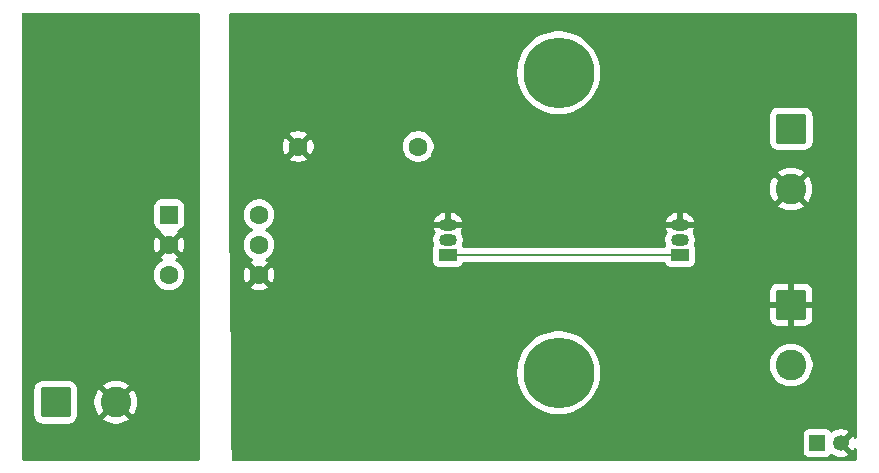
<source format=gbr>
%TF.GenerationSoftware,KiCad,Pcbnew,9.0.2*%
%TF.CreationDate,2025-07-21T18:03:53+01:00*%
%TF.ProjectId,ISOLATION,49534f4c-4154-4494-9f4e-2e6b69636164,rev?*%
%TF.SameCoordinates,Original*%
%TF.FileFunction,Copper,L2,Bot*%
%TF.FilePolarity,Positive*%
%FSLAX46Y46*%
G04 Gerber Fmt 4.6, Leading zero omitted, Abs format (unit mm)*
G04 Created by KiCad (PCBNEW 9.0.2) date 2025-07-21 18:03:53*
%MOMM*%
%LPD*%
G01*
G04 APERTURE LIST*
G04 Aperture macros list*
%AMRoundRect*
0 Rectangle with rounded corners*
0 $1 Rounding radius*
0 $2 $3 $4 $5 $6 $7 $8 $9 X,Y pos of 4 corners*
0 Add a 4 corners polygon primitive as box body*
4,1,4,$2,$3,$4,$5,$6,$7,$8,$9,$2,$3,0*
0 Add four circle primitives for the rounded corners*
1,1,$1+$1,$2,$3*
1,1,$1+$1,$4,$5*
1,1,$1+$1,$6,$7*
1,1,$1+$1,$8,$9*
0 Add four rect primitives between the rounded corners*
20,1,$1+$1,$2,$3,$4,$5,0*
20,1,$1+$1,$4,$5,$6,$7,0*
20,1,$1+$1,$6,$7,$8,$9,0*
20,1,$1+$1,$8,$9,$2,$3,0*%
G04 Aperture macros list end*
%TA.AperFunction,ComponentPad*%
%ADD10RoundRect,0.250000X-1.050000X1.050000X-1.050000X-1.050000X1.050000X-1.050000X1.050000X1.050000X0*%
%TD*%
%TA.AperFunction,ComponentPad*%
%ADD11C,2.600000*%
%TD*%
%TA.AperFunction,ComponentPad*%
%ADD12R,1.350000X1.350000*%
%TD*%
%TA.AperFunction,ComponentPad*%
%ADD13C,1.350000*%
%TD*%
%TA.AperFunction,ComponentPad*%
%ADD14RoundRect,0.250000X-1.050000X-1.050000X1.050000X-1.050000X1.050000X1.050000X-1.050000X1.050000X0*%
%TD*%
%TA.AperFunction,ComponentPad*%
%ADD15R,1.500000X1.050000*%
%TD*%
%TA.AperFunction,ComponentPad*%
%ADD16O,1.500000X1.050000*%
%TD*%
%TA.AperFunction,ComponentPad*%
%ADD17C,1.600000*%
%TD*%
%TA.AperFunction,ComponentPad*%
%ADD18C,6.000000*%
%TD*%
%TA.AperFunction,ComponentPad*%
%ADD19RoundRect,0.250000X-0.550000X-0.550000X0.550000X-0.550000X0.550000X0.550000X-0.550000X0.550000X0*%
%TD*%
%TA.AperFunction,ViaPad*%
%ADD20C,0.600000*%
%TD*%
%TA.AperFunction,Conductor*%
%ADD21C,0.200000*%
%TD*%
G04 APERTURE END LIST*
D10*
%TO.P,J3,1,Pin_1*%
%TO.N,GND*%
X181090000Y-95320000D03*
D11*
%TO.P,J3,2,Pin_2*%
%TO.N,Net-(J3-Pin_2)*%
X181090000Y-100400000D03*
%TD*%
D12*
%TO.P,J4,1,Pin_1*%
%TO.N,Net-(D1-A)*%
X183310000Y-107030000D03*
D13*
%TO.P,J4,2,Pin_2*%
%TO.N,GND*%
X185310000Y-107030000D03*
%TD*%
D14*
%TO.P,J1,1,Pin_1*%
%TO.N,Net-(J1-Pin_1)*%
X118815000Y-103562500D03*
D11*
%TO.P,J1,2,Pin_2*%
%TO.N,GND1*%
X123895000Y-103562500D03*
%TD*%
D15*
%TO.P,Q2,1,D*%
%TO.N,Net-(J3-Pin_2)*%
X171680000Y-91090000D03*
D16*
%TO.P,Q2,2,G*%
%TO.N,Net-(D1-A)*%
X171680000Y-89820000D03*
%TO.P,Q2,3,S*%
%TO.N,GND*%
X171680000Y-88550000D03*
%TD*%
D15*
%TO.P,Q1,1,D*%
%TO.N,Net-(J3-Pin_2)*%
X152030000Y-91090000D03*
D16*
%TO.P,Q1,2,G*%
%TO.N,Net-(D1-A)*%
X152030000Y-89820000D03*
%TO.P,Q1,3,S*%
%TO.N,GND*%
X152030000Y-88550000D03*
%TD*%
D17*
%TO.P,R3,1*%
%TO.N,GND*%
X139350000Y-81910000D03*
%TO.P,R3,2*%
%TO.N,Net-(D1-A)*%
X149510000Y-81910000D03*
%TD*%
D10*
%TO.P,J2,1,Pin_1*%
%TO.N,Net-(J2-Pin_1)*%
X181090000Y-80410000D03*
D11*
%TO.P,J2,2,Pin_2*%
%TO.N,GND*%
X181090000Y-85490000D03*
%TD*%
D18*
%TO.P,HS1,1*%
%TO.N,N/C*%
X161390000Y-101060000D03*
X161390000Y-75660000D03*
%TD*%
D19*
%TO.P,U1,1*%
%TO.N,Net-(R2-Pad2)*%
X128415000Y-87685000D03*
D17*
%TO.P,U1,2*%
%TO.N,GND1*%
X128415000Y-90225000D03*
%TO.P,U1,3*%
%TO.N,unconnected-(U1-Pad3)*%
X128415000Y-92765000D03*
%TO.P,U1,4*%
%TO.N,GND*%
X136035000Y-92765000D03*
%TO.P,U1,5*%
%TO.N,Net-(D1-K)*%
X136035000Y-90225000D03*
%TO.P,U1,6*%
%TO.N,Net-(J2-Pin_1)*%
X136035000Y-87685000D03*
%TD*%
D20*
%TO.N,GND*%
X138100000Y-94760000D03*
X150460000Y-86480000D03*
X144780000Y-76960000D03*
X179310000Y-89050000D03*
X137210000Y-82543333D03*
X138100000Y-93603333D03*
X137210000Y-80230000D03*
X144780000Y-75803333D03*
X137210000Y-83700000D03*
X139500000Y-93643333D03*
X171720000Y-86300000D03*
X174430000Y-88540000D03*
X139500000Y-91330000D03*
X151616667Y-86480000D03*
X139500000Y-94800000D03*
X180436667Y-91490000D03*
X152773333Y-86480000D03*
X168480000Y-88540000D03*
X182750000Y-91490000D03*
X137210000Y-81386667D03*
X139500000Y-92486667D03*
X179280000Y-91490000D03*
X181593333Y-91490000D03*
X180466667Y-89050000D03*
X144780000Y-73490000D03*
X153930000Y-86480000D03*
X144780000Y-74646667D03*
X181623333Y-89050000D03*
X138100000Y-91290000D03*
X182780000Y-89050000D03*
X138100000Y-92446667D03*
%TO.N,GND1*%
X126280000Y-93220000D03*
X129570000Y-98180000D03*
X126280000Y-90313333D03*
X126280000Y-88860000D03*
X129570000Y-99592857D03*
X129570000Y-108070000D03*
X129570000Y-102418571D03*
X129570000Y-106657143D03*
X126280000Y-91766667D03*
X129570000Y-101005714D03*
X129570000Y-103831429D03*
X129570000Y-105244286D03*
%TD*%
D21*
%TO.N,Net-(J3-Pin_2)*%
X152030000Y-91090000D02*
X171680000Y-91090000D01*
%TD*%
%TA.AperFunction,Conductor*%
%TO.N,GND1*%
G36*
X130943856Y-70600185D02*
G01*
X130989611Y-70652989D01*
X131000817Y-70704338D01*
X131020000Y-85360000D01*
X131012665Y-94033477D01*
X131000536Y-108375605D01*
X130980795Y-108442628D01*
X130927952Y-108488338D01*
X130876536Y-108499500D01*
X116094500Y-108499500D01*
X116027461Y-108479815D01*
X115981706Y-108427011D01*
X115970500Y-108375500D01*
X115970500Y-102462483D01*
X117014500Y-102462483D01*
X117014500Y-104662501D01*
X117014501Y-104662518D01*
X117025000Y-104765296D01*
X117025001Y-104765299D01*
X117073885Y-104912819D01*
X117080186Y-104931834D01*
X117172288Y-105081156D01*
X117296344Y-105205212D01*
X117445666Y-105297314D01*
X117612203Y-105352499D01*
X117714991Y-105363000D01*
X119915008Y-105362999D01*
X120017797Y-105352499D01*
X120184334Y-105297314D01*
X120333656Y-105205212D01*
X120457712Y-105081156D01*
X120549814Y-104931834D01*
X120604999Y-104765297D01*
X120615500Y-104662509D01*
X120615499Y-103444514D01*
X122095000Y-103444514D01*
X122095000Y-103680485D01*
X122125799Y-103914414D01*
X122186870Y-104142337D01*
X122277160Y-104360319D01*
X122277165Y-104360328D01*
X122395144Y-104564671D01*
X122395145Y-104564672D01*
X122457721Y-104646223D01*
X123293958Y-103809987D01*
X123318978Y-103870390D01*
X123390112Y-103976851D01*
X123480649Y-104067388D01*
X123587110Y-104138522D01*
X123647511Y-104163541D01*
X122811275Y-104999777D01*
X122892827Y-105062354D01*
X122892828Y-105062355D01*
X123097171Y-105180334D01*
X123097180Y-105180339D01*
X123315163Y-105270629D01*
X123315161Y-105270629D01*
X123543085Y-105331700D01*
X123777014Y-105362499D01*
X123777029Y-105362500D01*
X124012971Y-105362500D01*
X124012985Y-105362499D01*
X124246914Y-105331700D01*
X124474837Y-105270629D01*
X124692819Y-105180339D01*
X124692828Y-105180334D01*
X124897181Y-105062350D01*
X124978723Y-104999779D01*
X124978723Y-104999776D01*
X124142487Y-104163541D01*
X124202890Y-104138522D01*
X124309351Y-104067388D01*
X124399888Y-103976851D01*
X124471022Y-103870390D01*
X124496041Y-103809988D01*
X125332276Y-104646223D01*
X125332279Y-104646223D01*
X125394850Y-104564681D01*
X125512834Y-104360328D01*
X125512839Y-104360319D01*
X125603129Y-104142337D01*
X125664200Y-103914414D01*
X125694999Y-103680485D01*
X125695000Y-103680471D01*
X125695000Y-103444528D01*
X125694999Y-103444514D01*
X125664200Y-103210585D01*
X125603129Y-102982662D01*
X125512839Y-102764680D01*
X125512834Y-102764671D01*
X125394855Y-102560328D01*
X125394854Y-102560327D01*
X125332277Y-102478775D01*
X124496041Y-103315011D01*
X124471022Y-103254610D01*
X124399888Y-103148149D01*
X124309351Y-103057612D01*
X124202890Y-102986478D01*
X124142488Y-102961458D01*
X124978723Y-102125221D01*
X124897172Y-102062645D01*
X124897171Y-102062644D01*
X124692828Y-101944665D01*
X124692819Y-101944660D01*
X124474836Y-101854370D01*
X124474838Y-101854370D01*
X124246914Y-101793299D01*
X124012985Y-101762500D01*
X123777014Y-101762500D01*
X123543085Y-101793299D01*
X123315162Y-101854370D01*
X123097180Y-101944660D01*
X123097171Y-101944665D01*
X122892828Y-102062644D01*
X122892818Y-102062650D01*
X122811275Y-102125220D01*
X122811275Y-102125221D01*
X123647512Y-102961458D01*
X123587110Y-102986478D01*
X123480649Y-103057612D01*
X123390112Y-103148149D01*
X123318978Y-103254610D01*
X123293958Y-103315012D01*
X122457721Y-102478775D01*
X122457720Y-102478775D01*
X122395150Y-102560318D01*
X122395144Y-102560328D01*
X122277165Y-102764671D01*
X122277160Y-102764680D01*
X122186870Y-102982662D01*
X122125799Y-103210585D01*
X122095000Y-103444514D01*
X120615499Y-103444514D01*
X120615499Y-102462492D01*
X120604999Y-102359703D01*
X120549814Y-102193166D01*
X120457712Y-102043844D01*
X120333656Y-101919788D01*
X120184334Y-101827686D01*
X120017797Y-101772501D01*
X120017795Y-101772500D01*
X119915010Y-101762000D01*
X117714998Y-101762000D01*
X117714981Y-101762001D01*
X117612203Y-101772500D01*
X117612200Y-101772501D01*
X117445668Y-101827685D01*
X117445663Y-101827687D01*
X117296342Y-101919789D01*
X117172289Y-102043842D01*
X117080187Y-102193163D01*
X117080185Y-102193168D01*
X117073886Y-102212178D01*
X117025001Y-102359703D01*
X117025001Y-102359704D01*
X117025000Y-102359704D01*
X117014500Y-102462483D01*
X115970500Y-102462483D01*
X115970500Y-87084983D01*
X127114500Y-87084983D01*
X127114500Y-88285001D01*
X127114501Y-88285018D01*
X127125000Y-88387796D01*
X127125001Y-88387799D01*
X127180185Y-88554331D01*
X127180186Y-88554334D01*
X127272288Y-88703656D01*
X127396344Y-88827712D01*
X127545666Y-88919814D01*
X127628152Y-88947147D01*
X127685597Y-88986920D01*
X127712420Y-89051436D01*
X127700105Y-89120212D01*
X127690143Y-89131975D01*
X127689077Y-89145524D01*
X128368554Y-89825000D01*
X128362339Y-89825000D01*
X128260606Y-89852259D01*
X128169394Y-89904920D01*
X128094920Y-89979394D01*
X128042259Y-90070606D01*
X128015000Y-90172339D01*
X128015000Y-90178553D01*
X127335524Y-89499077D01*
X127335523Y-89499077D01*
X127303143Y-89543644D01*
X127210244Y-89725968D01*
X127147009Y-89920582D01*
X127115000Y-90122682D01*
X127115000Y-90327317D01*
X127147009Y-90529417D01*
X127210244Y-90724031D01*
X127303141Y-90906350D01*
X127303147Y-90906359D01*
X127335523Y-90950921D01*
X127335524Y-90950922D01*
X128015000Y-90271446D01*
X128015000Y-90277661D01*
X128042259Y-90379394D01*
X128094920Y-90470606D01*
X128169394Y-90545080D01*
X128260606Y-90597741D01*
X128362339Y-90625000D01*
X128368553Y-90625000D01*
X127689076Y-91304474D01*
X127733652Y-91336861D01*
X127826628Y-91384234D01*
X127877425Y-91432208D01*
X127894220Y-91500029D01*
X127871683Y-91566164D01*
X127826630Y-91605203D01*
X127733388Y-91652713D01*
X127567786Y-91773028D01*
X127423028Y-91917786D01*
X127302715Y-92083386D01*
X127209781Y-92265776D01*
X127146522Y-92460465D01*
X127114500Y-92662648D01*
X127114500Y-92867351D01*
X127146522Y-93069534D01*
X127209781Y-93264223D01*
X127302715Y-93446613D01*
X127423028Y-93612213D01*
X127567786Y-93756971D01*
X127722749Y-93869556D01*
X127733390Y-93877287D01*
X127849607Y-93936503D01*
X127915776Y-93970218D01*
X127915778Y-93970218D01*
X127915781Y-93970220D01*
X128020137Y-94004127D01*
X128110465Y-94033477D01*
X128211557Y-94049488D01*
X128312648Y-94065500D01*
X128312649Y-94065500D01*
X128517351Y-94065500D01*
X128517352Y-94065500D01*
X128719534Y-94033477D01*
X128914219Y-93970220D01*
X129096610Y-93877287D01*
X129189590Y-93809732D01*
X129262213Y-93756971D01*
X129262215Y-93756968D01*
X129262219Y-93756966D01*
X129406966Y-93612219D01*
X129406968Y-93612215D01*
X129406971Y-93612213D01*
X129459732Y-93539590D01*
X129527287Y-93446610D01*
X129620220Y-93264219D01*
X129683477Y-93069534D01*
X129715500Y-92867352D01*
X129715500Y-92662648D01*
X129683477Y-92460466D01*
X129620220Y-92265781D01*
X129620218Y-92265778D01*
X129620218Y-92265776D01*
X129586503Y-92199607D01*
X129527287Y-92083390D01*
X129519556Y-92072749D01*
X129406971Y-91917786D01*
X129262213Y-91773028D01*
X129096611Y-91652713D01*
X129003369Y-91605203D01*
X128952574Y-91557229D01*
X128935779Y-91489407D01*
X128958317Y-91423273D01*
X129003371Y-91384234D01*
X129096346Y-91336861D01*
X129096347Y-91336861D01*
X129140921Y-91304474D01*
X128461447Y-90625000D01*
X128467661Y-90625000D01*
X128569394Y-90597741D01*
X128660606Y-90545080D01*
X128735080Y-90470606D01*
X128787741Y-90379394D01*
X128815000Y-90277661D01*
X128815000Y-90271447D01*
X129494474Y-90950921D01*
X129526859Y-90906349D01*
X129619755Y-90724031D01*
X129682990Y-90529417D01*
X129715000Y-90327317D01*
X129715000Y-90122682D01*
X129682990Y-89920582D01*
X129619755Y-89725968D01*
X129526859Y-89543650D01*
X129494474Y-89499077D01*
X129494474Y-89499076D01*
X128815000Y-90178551D01*
X128815000Y-90172339D01*
X128787741Y-90070606D01*
X128735080Y-89979394D01*
X128660606Y-89904920D01*
X128569394Y-89852259D01*
X128467661Y-89825000D01*
X128461446Y-89825000D01*
X129140922Y-89145524D01*
X129139570Y-89128349D01*
X129125299Y-89109842D01*
X129119320Y-89040229D01*
X129151925Y-88978433D01*
X129201845Y-88947148D01*
X129284334Y-88919814D01*
X129433656Y-88827712D01*
X129557712Y-88703656D01*
X129649814Y-88554334D01*
X129704999Y-88387797D01*
X129715500Y-88285009D01*
X129715499Y-87084992D01*
X129704999Y-86982203D01*
X129649814Y-86815666D01*
X129557712Y-86666344D01*
X129433656Y-86542288D01*
X129284334Y-86450186D01*
X129117797Y-86395001D01*
X129117795Y-86395000D01*
X129015010Y-86384500D01*
X127814998Y-86384500D01*
X127814981Y-86384501D01*
X127712203Y-86395000D01*
X127712200Y-86395001D01*
X127545668Y-86450185D01*
X127545663Y-86450187D01*
X127396342Y-86542289D01*
X127272289Y-86666342D01*
X127180187Y-86815663D01*
X127180186Y-86815666D01*
X127125001Y-86982203D01*
X127125001Y-86982204D01*
X127125000Y-86982204D01*
X127114500Y-87084983D01*
X115970500Y-87084983D01*
X115970500Y-70704500D01*
X115990185Y-70637461D01*
X116042989Y-70591706D01*
X116094500Y-70580500D01*
X130876817Y-70580500D01*
X130943856Y-70600185D01*
G37*
%TD.AperFunction*%
%TD*%
%TA.AperFunction,Conductor*%
%TO.N,GND*%
G36*
X186572539Y-70600185D02*
G01*
X186618294Y-70652989D01*
X186629500Y-70704500D01*
X186629500Y-106515007D01*
X186609815Y-106582046D01*
X186557011Y-106627801D01*
X186487853Y-106637745D01*
X186424297Y-106608720D01*
X186395015Y-106571302D01*
X186314949Y-106414165D01*
X186299983Y-106393568D01*
X185710000Y-106983551D01*
X185710000Y-106977339D01*
X185682741Y-106875606D01*
X185630080Y-106784394D01*
X185555606Y-106709920D01*
X185464394Y-106657259D01*
X185362661Y-106630000D01*
X185356446Y-106630000D01*
X185946430Y-106040015D01*
X185925834Y-106025050D01*
X185761043Y-105941084D01*
X185761040Y-105941083D01*
X185585147Y-105883933D01*
X185402473Y-105855000D01*
X185217527Y-105855000D01*
X185034852Y-105883933D01*
X184858959Y-105941083D01*
X184858956Y-105941084D01*
X184694163Y-106025051D01*
X184578690Y-106108946D01*
X184512884Y-106132425D01*
X184444830Y-106116599D01*
X184406540Y-106082938D01*
X184342547Y-105997455D01*
X184342544Y-105997452D01*
X184227335Y-105911206D01*
X184227328Y-105911202D01*
X184092482Y-105860908D01*
X184092483Y-105860908D01*
X184032883Y-105854501D01*
X184032881Y-105854500D01*
X184032873Y-105854500D01*
X184032864Y-105854500D01*
X182587129Y-105854500D01*
X182587123Y-105854501D01*
X182527516Y-105860908D01*
X182392671Y-105911202D01*
X182392664Y-105911206D01*
X182277455Y-105997452D01*
X182277452Y-105997455D01*
X182191206Y-106112664D01*
X182191202Y-106112671D01*
X182140908Y-106247517D01*
X182134501Y-106307116D01*
X182134500Y-106307135D01*
X182134500Y-107752870D01*
X182134501Y-107752876D01*
X182140908Y-107812483D01*
X182191202Y-107947328D01*
X182191206Y-107947335D01*
X182277452Y-108062544D01*
X182277455Y-108062547D01*
X182392664Y-108148793D01*
X182392671Y-108148797D01*
X182527517Y-108199091D01*
X182527516Y-108199091D01*
X182534444Y-108199835D01*
X182587127Y-108205500D01*
X184032872Y-108205499D01*
X184092483Y-108199091D01*
X184227331Y-108148796D01*
X184342546Y-108062546D01*
X184406541Y-107977059D01*
X184462473Y-107935190D01*
X184532165Y-107930206D01*
X184578691Y-107951054D01*
X184694161Y-108034947D01*
X184858956Y-108118915D01*
X184858959Y-108118916D01*
X185034852Y-108176066D01*
X185217527Y-108205000D01*
X185402473Y-108205000D01*
X185585147Y-108176066D01*
X185761040Y-108118916D01*
X185761043Y-108118915D01*
X185925836Y-108034947D01*
X185925845Y-108034942D01*
X185946430Y-108019984D01*
X185946430Y-108019983D01*
X185356447Y-107430000D01*
X185362661Y-107430000D01*
X185464394Y-107402741D01*
X185555606Y-107350080D01*
X185630080Y-107275606D01*
X185682741Y-107184394D01*
X185710000Y-107082661D01*
X185710000Y-107076447D01*
X186299983Y-107666430D01*
X186299984Y-107666430D01*
X186314942Y-107645845D01*
X186314947Y-107645836D01*
X186395015Y-107488697D01*
X186442990Y-107437901D01*
X186510811Y-107421106D01*
X186576946Y-107443643D01*
X186620397Y-107498359D01*
X186629500Y-107544992D01*
X186629500Y-108375500D01*
X186609815Y-108442539D01*
X186557011Y-108488294D01*
X186505500Y-108499500D01*
X133827477Y-108499500D01*
X133760438Y-108479815D01*
X133714683Y-108427011D01*
X133703482Y-108376649D01*
X133701370Y-108148797D01*
X133691002Y-107029999D01*
X133684283Y-106304955D01*
X133643567Y-101911572D01*
X133634081Y-100888034D01*
X157889500Y-100888034D01*
X157889500Y-101231965D01*
X157923210Y-101574249D01*
X157990308Y-101911572D01*
X158090150Y-102240706D01*
X158221770Y-102558464D01*
X158221772Y-102558469D01*
X158383893Y-102861775D01*
X158383904Y-102861793D01*
X158574975Y-103147751D01*
X158574985Y-103147765D01*
X158793176Y-103413632D01*
X159036367Y-103656823D01*
X159036372Y-103656827D01*
X159036373Y-103656828D01*
X159302240Y-103875019D01*
X159588213Y-104066100D01*
X159588222Y-104066105D01*
X159588224Y-104066106D01*
X159891530Y-104228227D01*
X159891532Y-104228227D01*
X159891538Y-104228231D01*
X160209295Y-104359850D01*
X160538422Y-104459690D01*
X160875750Y-104526789D01*
X161218031Y-104560500D01*
X161218034Y-104560500D01*
X161561966Y-104560500D01*
X161561969Y-104560500D01*
X161904250Y-104526789D01*
X162241578Y-104459690D01*
X162570705Y-104359850D01*
X162888462Y-104228231D01*
X163191787Y-104066100D01*
X163477760Y-103875019D01*
X163743627Y-103656828D01*
X163986828Y-103413627D01*
X164205019Y-103147760D01*
X164396100Y-102861787D01*
X164558231Y-102558462D01*
X164689850Y-102240705D01*
X164789690Y-101911578D01*
X164856789Y-101574250D01*
X164890500Y-101231969D01*
X164890500Y-100888031D01*
X164856789Y-100545750D01*
X164804325Y-100281995D01*
X179289500Y-100281995D01*
X179289500Y-100518004D01*
X179289501Y-100518020D01*
X179320306Y-100752010D01*
X179381394Y-100979993D01*
X179471714Y-101198045D01*
X179471719Y-101198056D01*
X179542677Y-101320957D01*
X179589727Y-101402450D01*
X179589729Y-101402453D01*
X179589730Y-101402454D01*
X179733406Y-101589697D01*
X179733412Y-101589704D01*
X179900295Y-101756587D01*
X179900301Y-101756592D01*
X180087550Y-101900273D01*
X180218918Y-101976118D01*
X180291943Y-102018280D01*
X180291948Y-102018282D01*
X180291951Y-102018284D01*
X180510007Y-102108606D01*
X180737986Y-102169693D01*
X180971989Y-102200500D01*
X180971996Y-102200500D01*
X181208004Y-102200500D01*
X181208011Y-102200500D01*
X181442014Y-102169693D01*
X181669993Y-102108606D01*
X181888049Y-102018284D01*
X182092450Y-101900273D01*
X182279699Y-101756592D01*
X182446592Y-101589699D01*
X182590273Y-101402450D01*
X182708284Y-101198049D01*
X182798606Y-100979993D01*
X182859693Y-100752014D01*
X182890500Y-100518011D01*
X182890500Y-100281989D01*
X182859693Y-100047986D01*
X182798606Y-99820007D01*
X182708284Y-99601951D01*
X182708282Y-99601948D01*
X182708280Y-99601943D01*
X182666118Y-99528918D01*
X182590273Y-99397550D01*
X182446592Y-99210301D01*
X182446587Y-99210295D01*
X182279704Y-99043412D01*
X182279697Y-99043406D01*
X182092454Y-98899730D01*
X182092453Y-98899729D01*
X182092450Y-98899727D01*
X182010957Y-98852677D01*
X181888056Y-98781719D01*
X181888045Y-98781714D01*
X181669993Y-98691394D01*
X181442010Y-98630306D01*
X181208020Y-98599501D01*
X181208017Y-98599500D01*
X181208011Y-98599500D01*
X180971989Y-98599500D01*
X180971983Y-98599500D01*
X180971979Y-98599501D01*
X180737989Y-98630306D01*
X180510006Y-98691394D01*
X180291954Y-98781714D01*
X180291943Y-98781719D01*
X180087545Y-98899730D01*
X179900302Y-99043406D01*
X179900295Y-99043412D01*
X179733412Y-99210295D01*
X179733406Y-99210302D01*
X179589730Y-99397545D01*
X179471719Y-99601943D01*
X179471714Y-99601954D01*
X179381394Y-99820006D01*
X179320306Y-100047989D01*
X179289501Y-100281979D01*
X179289500Y-100281995D01*
X164804325Y-100281995D01*
X164789690Y-100208422D01*
X164689850Y-99879295D01*
X164558231Y-99561538D01*
X164470577Y-99397550D01*
X164396106Y-99258224D01*
X164396105Y-99258222D01*
X164396100Y-99258213D01*
X164205019Y-98972240D01*
X163986828Y-98706373D01*
X163986827Y-98706372D01*
X163986823Y-98706367D01*
X163743632Y-98463176D01*
X163477765Y-98244985D01*
X163477764Y-98244984D01*
X163477760Y-98244981D01*
X163191787Y-98053900D01*
X163191782Y-98053897D01*
X163191775Y-98053893D01*
X162888469Y-97891772D01*
X162888464Y-97891770D01*
X162570706Y-97760150D01*
X162241572Y-97660308D01*
X161904248Y-97593210D01*
X161904249Y-97593210D01*
X161646456Y-97567821D01*
X161561969Y-97559500D01*
X161218031Y-97559500D01*
X161139966Y-97567188D01*
X160875750Y-97593210D01*
X160538427Y-97660308D01*
X160209293Y-97760150D01*
X159891535Y-97891770D01*
X159891530Y-97891772D01*
X159588224Y-98053893D01*
X159588206Y-98053904D01*
X159302248Y-98244975D01*
X159302234Y-98244985D01*
X159036367Y-98463176D01*
X158793176Y-98706367D01*
X158574985Y-98972234D01*
X158574975Y-98972248D01*
X158383904Y-99258206D01*
X158383893Y-99258224D01*
X158221772Y-99561530D01*
X158221770Y-99561535D01*
X158090150Y-99879293D01*
X157990308Y-100208427D01*
X157923210Y-100545750D01*
X157889500Y-100888034D01*
X133634081Y-100888034D01*
X133572285Y-94220013D01*
X179290000Y-94220013D01*
X179290000Y-95070000D01*
X180489999Y-95070000D01*
X180464979Y-95130402D01*
X180440000Y-95255981D01*
X180440000Y-95384019D01*
X180464979Y-95509598D01*
X180489999Y-95570000D01*
X179290001Y-95570000D01*
X179290001Y-96419986D01*
X179300494Y-96522697D01*
X179355641Y-96689119D01*
X179355643Y-96689124D01*
X179447684Y-96838345D01*
X179571654Y-96962315D01*
X179720875Y-97054356D01*
X179720880Y-97054358D01*
X179887302Y-97109505D01*
X179887309Y-97109506D01*
X179990019Y-97119999D01*
X180839999Y-97119999D01*
X180840000Y-97119998D01*
X180840000Y-95920001D01*
X180900402Y-95945021D01*
X181025981Y-95970000D01*
X181154019Y-95970000D01*
X181279598Y-95945021D01*
X181340000Y-95920001D01*
X181340000Y-97119999D01*
X182189972Y-97119999D01*
X182189986Y-97119998D01*
X182292697Y-97109505D01*
X182459119Y-97054358D01*
X182459124Y-97054356D01*
X182608345Y-96962315D01*
X182732315Y-96838345D01*
X182824356Y-96689124D01*
X182824358Y-96689119D01*
X182879505Y-96522697D01*
X182879506Y-96522690D01*
X182889999Y-96419986D01*
X182890000Y-96419973D01*
X182890000Y-95570000D01*
X181690001Y-95570000D01*
X181715021Y-95509598D01*
X181740000Y-95384019D01*
X181740000Y-95255981D01*
X181715021Y-95130402D01*
X181690001Y-95070000D01*
X182889999Y-95070000D01*
X182889999Y-94220028D01*
X182889998Y-94220013D01*
X182879505Y-94117302D01*
X182824358Y-93950880D01*
X182824356Y-93950875D01*
X182732315Y-93801654D01*
X182608345Y-93677684D01*
X182459124Y-93585643D01*
X182459119Y-93585641D01*
X182292697Y-93530494D01*
X182292690Y-93530493D01*
X182189986Y-93520000D01*
X181340000Y-93520000D01*
X181340000Y-94719998D01*
X181279598Y-94694979D01*
X181154019Y-94670000D01*
X181025981Y-94670000D01*
X180900402Y-94694979D01*
X180840000Y-94719998D01*
X180840000Y-93520000D01*
X179990028Y-93520000D01*
X179990012Y-93520001D01*
X179887302Y-93530494D01*
X179720880Y-93585641D01*
X179720875Y-93585643D01*
X179571654Y-93677684D01*
X179447684Y-93801654D01*
X179355643Y-93950875D01*
X179355641Y-93950880D01*
X179300494Y-94117302D01*
X179300493Y-94117309D01*
X179290000Y-94220013D01*
X133572285Y-94220013D01*
X133510774Y-87582648D01*
X134734500Y-87582648D01*
X134734500Y-87787351D01*
X134766522Y-87989534D01*
X134829781Y-88184223D01*
X134922715Y-88366613D01*
X135043028Y-88532213D01*
X135187786Y-88676971D01*
X135329947Y-88780255D01*
X135353390Y-88797287D01*
X135425265Y-88833909D01*
X135446080Y-88844515D01*
X135496876Y-88892490D01*
X135513671Y-88960311D01*
X135491134Y-89026446D01*
X135446080Y-89065485D01*
X135353386Y-89112715D01*
X135187786Y-89233028D01*
X135043028Y-89377786D01*
X134922715Y-89543386D01*
X134829781Y-89725776D01*
X134766522Y-89920465D01*
X134734500Y-90122648D01*
X134734500Y-90327351D01*
X134766522Y-90529534D01*
X134829781Y-90724223D01*
X134922715Y-90906613D01*
X135043028Y-91072213D01*
X135187786Y-91216971D01*
X135353385Y-91337284D01*
X135353387Y-91337285D01*
X135353390Y-91337287D01*
X135446630Y-91384795D01*
X135497426Y-91432770D01*
X135514221Y-91500591D01*
X135491684Y-91566725D01*
X135446630Y-91605765D01*
X135353644Y-91653143D01*
X135309077Y-91685523D01*
X135309077Y-91685524D01*
X135988554Y-92365000D01*
X135982339Y-92365000D01*
X135880606Y-92392259D01*
X135789394Y-92444920D01*
X135714920Y-92519394D01*
X135662259Y-92610606D01*
X135635000Y-92712339D01*
X135635000Y-92718553D01*
X134955524Y-92039077D01*
X134955523Y-92039077D01*
X134923143Y-92083644D01*
X134830244Y-92265968D01*
X134767009Y-92460582D01*
X134735000Y-92662682D01*
X134735000Y-92867317D01*
X134767009Y-93069417D01*
X134830244Y-93264031D01*
X134923141Y-93446350D01*
X134923147Y-93446359D01*
X134955523Y-93490921D01*
X134955524Y-93490922D01*
X135635000Y-92811446D01*
X135635000Y-92817661D01*
X135662259Y-92919394D01*
X135714920Y-93010606D01*
X135789394Y-93085080D01*
X135880606Y-93137741D01*
X135982339Y-93165000D01*
X135988553Y-93165000D01*
X135309076Y-93844474D01*
X135353650Y-93876859D01*
X135535968Y-93969755D01*
X135730582Y-94032990D01*
X135932683Y-94065000D01*
X136137317Y-94065000D01*
X136339417Y-94032990D01*
X136534031Y-93969755D01*
X136716349Y-93876859D01*
X136760921Y-93844474D01*
X136081447Y-93165000D01*
X136087661Y-93165000D01*
X136189394Y-93137741D01*
X136280606Y-93085080D01*
X136355080Y-93010606D01*
X136407741Y-92919394D01*
X136435000Y-92817661D01*
X136435000Y-92811448D01*
X137114474Y-93490922D01*
X137114474Y-93490921D01*
X137146859Y-93446349D01*
X137239755Y-93264031D01*
X137302990Y-93069417D01*
X137335000Y-92867317D01*
X137335000Y-92662682D01*
X137302990Y-92460582D01*
X137239755Y-92265968D01*
X137146859Y-92083650D01*
X137114474Y-92039077D01*
X137114474Y-92039076D01*
X136435000Y-92718551D01*
X136435000Y-92712339D01*
X136407741Y-92610606D01*
X136355080Y-92519394D01*
X136280606Y-92444920D01*
X136189394Y-92392259D01*
X136087661Y-92365000D01*
X136081446Y-92365000D01*
X136760922Y-91685524D01*
X136760921Y-91685523D01*
X136716359Y-91653147D01*
X136716350Y-91653141D01*
X136623369Y-91605765D01*
X136572573Y-91557790D01*
X136555778Y-91489969D01*
X136578315Y-91423835D01*
X136623370Y-91384795D01*
X136716610Y-91337287D01*
X136766144Y-91301298D01*
X136882213Y-91216971D01*
X136882215Y-91216968D01*
X136882219Y-91216966D01*
X137026966Y-91072219D01*
X137026968Y-91072215D01*
X137026971Y-91072213D01*
X137079732Y-90999590D01*
X137147287Y-90906610D01*
X137240220Y-90724219D01*
X137303477Y-90529534D01*
X137335500Y-90327352D01*
X137335500Y-90122648D01*
X137303477Y-89920466D01*
X137240220Y-89725781D01*
X137236761Y-89718992D01*
X150779500Y-89718992D01*
X150779500Y-89921007D01*
X150818907Y-90119119D01*
X150818909Y-90119127D01*
X150852325Y-90199800D01*
X150859794Y-90269270D01*
X150840038Y-90314660D01*
X150840454Y-90314887D01*
X150837919Y-90319528D01*
X150837037Y-90321556D01*
X150836206Y-90322665D01*
X150836202Y-90322672D01*
X150785908Y-90457517D01*
X150782470Y-90489500D01*
X150779501Y-90517123D01*
X150779500Y-90517135D01*
X150779500Y-91662870D01*
X150779501Y-91662876D01*
X150785908Y-91722483D01*
X150836202Y-91857328D01*
X150836206Y-91857335D01*
X150922452Y-91972544D01*
X150922455Y-91972547D01*
X151037664Y-92058793D01*
X151037671Y-92058797D01*
X151172517Y-92109091D01*
X151172516Y-92109091D01*
X151179444Y-92109835D01*
X151232127Y-92115500D01*
X152827872Y-92115499D01*
X152887483Y-92109091D01*
X153022331Y-92058796D01*
X153137546Y-91972546D01*
X153223796Y-91857331D01*
X153236559Y-91823111D01*
X153255934Y-91771166D01*
X153297806Y-91715233D01*
X153363270Y-91690816D01*
X153372116Y-91690500D01*
X170337885Y-91690500D01*
X170404924Y-91710185D01*
X170450679Y-91762989D01*
X170454067Y-91771167D01*
X170486202Y-91857328D01*
X170486206Y-91857335D01*
X170572452Y-91972544D01*
X170572455Y-91972547D01*
X170687664Y-92058793D01*
X170687671Y-92058797D01*
X170822517Y-92109091D01*
X170822516Y-92109091D01*
X170829444Y-92109835D01*
X170882127Y-92115500D01*
X172477872Y-92115499D01*
X172537483Y-92109091D01*
X172672331Y-92058796D01*
X172787546Y-91972546D01*
X172873796Y-91857331D01*
X172924091Y-91722483D01*
X172930500Y-91662873D01*
X172930499Y-90517128D01*
X172924091Y-90457517D01*
X172917112Y-90438806D01*
X172873797Y-90322671D01*
X172873796Y-90322670D01*
X172873796Y-90322669D01*
X172872967Y-90321562D01*
X172872485Y-90320268D01*
X172869546Y-90314886D01*
X172870319Y-90314463D01*
X172848551Y-90256099D01*
X172857675Y-90199798D01*
X172891089Y-90119132D01*
X172891089Y-90119131D01*
X172891091Y-90119127D01*
X172930500Y-89921003D01*
X172930500Y-89718997D01*
X172891091Y-89520873D01*
X172813786Y-89334244D01*
X172759794Y-89253439D01*
X172738917Y-89186764D01*
X172757401Y-89119384D01*
X172759796Y-89115658D01*
X172813344Y-89035518D01*
X172813346Y-89035515D01*
X172890609Y-88848983D01*
X172890612Y-88848974D01*
X172900353Y-88800000D01*
X172045866Y-88800000D01*
X172021674Y-88797617D01*
X172006004Y-88794500D01*
X172006003Y-88794500D01*
X171965830Y-88794500D01*
X171980075Y-88780255D01*
X172029444Y-88694745D01*
X172055000Y-88599370D01*
X172055000Y-88500630D01*
X172029444Y-88405255D01*
X171980075Y-88319745D01*
X171960330Y-88300000D01*
X172900353Y-88300000D01*
X172890612Y-88251025D01*
X172890609Y-88251016D01*
X172813347Y-88064486D01*
X172813340Y-88064473D01*
X172701170Y-87896600D01*
X172701167Y-87896596D01*
X172558403Y-87753832D01*
X172558399Y-87753829D01*
X172390526Y-87641659D01*
X172390513Y-87641652D01*
X172203983Y-87564390D01*
X172203974Y-87564387D01*
X172005958Y-87525000D01*
X171930000Y-87525000D01*
X171930000Y-88269670D01*
X171910255Y-88249925D01*
X171824745Y-88200556D01*
X171729370Y-88175000D01*
X171630630Y-88175000D01*
X171535255Y-88200556D01*
X171449745Y-88249925D01*
X171430000Y-88269670D01*
X171430000Y-87525000D01*
X171354041Y-87525000D01*
X171156025Y-87564387D01*
X171156016Y-87564390D01*
X170969486Y-87641652D01*
X170969473Y-87641659D01*
X170801600Y-87753829D01*
X170801596Y-87753832D01*
X170658832Y-87896596D01*
X170658829Y-87896600D01*
X170546659Y-88064473D01*
X170546652Y-88064486D01*
X170469390Y-88251016D01*
X170469387Y-88251025D01*
X170459647Y-88300000D01*
X171399670Y-88300000D01*
X171379925Y-88319745D01*
X171330556Y-88405255D01*
X171305000Y-88500630D01*
X171305000Y-88599370D01*
X171330556Y-88694745D01*
X171379925Y-88780255D01*
X171394170Y-88794500D01*
X171353997Y-88794500D01*
X171353996Y-88794500D01*
X171338326Y-88797617D01*
X171314134Y-88800000D01*
X170459647Y-88800000D01*
X170469387Y-88848974D01*
X170469390Y-88848983D01*
X170546652Y-89035513D01*
X170546659Y-89035526D01*
X170600203Y-89115659D01*
X170621081Y-89182336D01*
X170602597Y-89249716D01*
X170600204Y-89253439D01*
X170546214Y-89334243D01*
X170468909Y-89520872D01*
X170468907Y-89520880D01*
X170429500Y-89718992D01*
X170429500Y-89921007D01*
X170468907Y-90119119D01*
X170468909Y-90119127D01*
X170502325Y-90199800D01*
X170509794Y-90269270D01*
X170502015Y-90295447D01*
X170496119Y-90309423D01*
X170486204Y-90322669D01*
X170453154Y-90411280D01*
X170452136Y-90413694D01*
X170431629Y-90438806D01*
X170412196Y-90464767D01*
X170409657Y-90465713D01*
X170407944Y-90467812D01*
X170377117Y-90477850D01*
X170346732Y-90489184D01*
X170341771Y-90489361D01*
X170341508Y-90489447D01*
X170341251Y-90489379D01*
X170337885Y-90489500D01*
X153372115Y-90489500D01*
X153305076Y-90469815D01*
X153259321Y-90417011D01*
X153255933Y-90408833D01*
X153223797Y-90322671D01*
X153223796Y-90322670D01*
X153223796Y-90322669D01*
X153222967Y-90321562D01*
X153222485Y-90320268D01*
X153219546Y-90314886D01*
X153220319Y-90314463D01*
X153198551Y-90256099D01*
X153207675Y-90199798D01*
X153241089Y-90119132D01*
X153241089Y-90119131D01*
X153241091Y-90119127D01*
X153280500Y-89921003D01*
X153280500Y-89718997D01*
X153241091Y-89520873D01*
X153163786Y-89334244D01*
X153109794Y-89253439D01*
X153088917Y-89186764D01*
X153107401Y-89119384D01*
X153109796Y-89115658D01*
X153163344Y-89035518D01*
X153163346Y-89035515D01*
X153240609Y-88848983D01*
X153240612Y-88848974D01*
X153250353Y-88800000D01*
X152395866Y-88800000D01*
X152371674Y-88797617D01*
X152356004Y-88794500D01*
X152356003Y-88794500D01*
X152315830Y-88794500D01*
X152330075Y-88780255D01*
X152379444Y-88694745D01*
X152405000Y-88599370D01*
X152405000Y-88500630D01*
X152379444Y-88405255D01*
X152330075Y-88319745D01*
X152310330Y-88300000D01*
X153250353Y-88300000D01*
X153240612Y-88251025D01*
X153240609Y-88251016D01*
X153163347Y-88064486D01*
X153163340Y-88064473D01*
X153051170Y-87896600D01*
X153051167Y-87896596D01*
X152908403Y-87753832D01*
X152908399Y-87753829D01*
X152740526Y-87641659D01*
X152740513Y-87641652D01*
X152553983Y-87564390D01*
X152553974Y-87564387D01*
X152355958Y-87525000D01*
X152280000Y-87525000D01*
X152280000Y-88269670D01*
X152260255Y-88249925D01*
X152174745Y-88200556D01*
X152079370Y-88175000D01*
X151980630Y-88175000D01*
X151885255Y-88200556D01*
X151799745Y-88249925D01*
X151780000Y-88269670D01*
X151780000Y-87525000D01*
X151704041Y-87525000D01*
X151506025Y-87564387D01*
X151506016Y-87564390D01*
X151319486Y-87641652D01*
X151319473Y-87641659D01*
X151151600Y-87753829D01*
X151151596Y-87753832D01*
X151008832Y-87896596D01*
X151008829Y-87896600D01*
X150896659Y-88064473D01*
X150896652Y-88064486D01*
X150819390Y-88251016D01*
X150819387Y-88251025D01*
X150809647Y-88300000D01*
X151749670Y-88300000D01*
X151729925Y-88319745D01*
X151680556Y-88405255D01*
X151655000Y-88500630D01*
X151655000Y-88599370D01*
X151680556Y-88694745D01*
X151729925Y-88780255D01*
X151744170Y-88794500D01*
X151703997Y-88794500D01*
X151703996Y-88794500D01*
X151688326Y-88797617D01*
X151664134Y-88800000D01*
X150809647Y-88800000D01*
X150819387Y-88848974D01*
X150819390Y-88848983D01*
X150896652Y-89035513D01*
X150896659Y-89035526D01*
X150950203Y-89115659D01*
X150971081Y-89182336D01*
X150952597Y-89249716D01*
X150950204Y-89253439D01*
X150896214Y-89334243D01*
X150818909Y-89520872D01*
X150818907Y-89520880D01*
X150779500Y-89718992D01*
X137236761Y-89718992D01*
X137147287Y-89543390D01*
X137130927Y-89520872D01*
X137026971Y-89377786D01*
X136882213Y-89233028D01*
X136716614Y-89112715D01*
X136710006Y-89109348D01*
X136623917Y-89065483D01*
X136573123Y-89017511D01*
X136556328Y-88949690D01*
X136578865Y-88883555D01*
X136623917Y-88844516D01*
X136716610Y-88797287D01*
X136740053Y-88780255D01*
X136882213Y-88676971D01*
X136882215Y-88676968D01*
X136882219Y-88676966D01*
X137026966Y-88532219D01*
X137026968Y-88532215D01*
X137026971Y-88532213D01*
X137119210Y-88405255D01*
X137147287Y-88366610D01*
X137240220Y-88184219D01*
X137303477Y-87989534D01*
X137335500Y-87787352D01*
X137335500Y-87582648D01*
X137303477Y-87380466D01*
X137240220Y-87185781D01*
X137240218Y-87185778D01*
X137240218Y-87185776D01*
X137147285Y-87003387D01*
X137110103Y-86952209D01*
X137110102Y-86952208D01*
X137026971Y-86837787D01*
X137026967Y-86837782D01*
X136882213Y-86693028D01*
X136716613Y-86572715D01*
X136716612Y-86572714D01*
X136716610Y-86572713D01*
X136659653Y-86543691D01*
X136534223Y-86479781D01*
X136339534Y-86416522D01*
X136164995Y-86388878D01*
X136137352Y-86384500D01*
X135932648Y-86384500D01*
X135908329Y-86388351D01*
X135730465Y-86416522D01*
X135535776Y-86479781D01*
X135353386Y-86572715D01*
X135187786Y-86693028D01*
X135043028Y-86837786D01*
X134922715Y-87003386D01*
X134829781Y-87185776D01*
X134766522Y-87380465D01*
X134734500Y-87582648D01*
X133510774Y-87582648D01*
X133500020Y-86422234D01*
X133500016Y-86420953D01*
X133500083Y-86384500D01*
X133501941Y-85372014D01*
X179290000Y-85372014D01*
X179290000Y-85607985D01*
X179320799Y-85841914D01*
X179381870Y-86069837D01*
X179472160Y-86287819D01*
X179472165Y-86287828D01*
X179590144Y-86492171D01*
X179590145Y-86492172D01*
X179652721Y-86573723D01*
X180488958Y-85737487D01*
X180513978Y-85797890D01*
X180585112Y-85904351D01*
X180675649Y-85994888D01*
X180782110Y-86066022D01*
X180842511Y-86091041D01*
X180006275Y-86927277D01*
X180087827Y-86989854D01*
X180087828Y-86989855D01*
X180292171Y-87107834D01*
X180292180Y-87107839D01*
X180510163Y-87198129D01*
X180510161Y-87198129D01*
X180738085Y-87259200D01*
X180972014Y-87289999D01*
X180972029Y-87290000D01*
X181207971Y-87290000D01*
X181207985Y-87289999D01*
X181441914Y-87259200D01*
X181669837Y-87198129D01*
X181887819Y-87107839D01*
X181887828Y-87107834D01*
X182092181Y-86989850D01*
X182173723Y-86927279D01*
X182173723Y-86927276D01*
X181337487Y-86091041D01*
X181397890Y-86066022D01*
X181504351Y-85994888D01*
X181594888Y-85904351D01*
X181666022Y-85797890D01*
X181691041Y-85737488D01*
X182527276Y-86573723D01*
X182527279Y-86573723D01*
X182589850Y-86492181D01*
X182707834Y-86287828D01*
X182707839Y-86287819D01*
X182798129Y-86069837D01*
X182859200Y-85841914D01*
X182889999Y-85607985D01*
X182890000Y-85607971D01*
X182890000Y-85372028D01*
X182889999Y-85372014D01*
X182859200Y-85138085D01*
X182798129Y-84910162D01*
X182707839Y-84692180D01*
X182707834Y-84692171D01*
X182589855Y-84487828D01*
X182589854Y-84487827D01*
X182527277Y-84406275D01*
X181691041Y-85242511D01*
X181666022Y-85182110D01*
X181594888Y-85075649D01*
X181504351Y-84985112D01*
X181397890Y-84913978D01*
X181337488Y-84888958D01*
X182173723Y-84052721D01*
X182092172Y-83990145D01*
X182092171Y-83990144D01*
X181887828Y-83872165D01*
X181887819Y-83872160D01*
X181669836Y-83781870D01*
X181669838Y-83781870D01*
X181441914Y-83720799D01*
X181207985Y-83690000D01*
X180972014Y-83690000D01*
X180738085Y-83720799D01*
X180510162Y-83781870D01*
X180292180Y-83872160D01*
X180292171Y-83872165D01*
X180087828Y-83990144D01*
X180087818Y-83990150D01*
X180006275Y-84052720D01*
X180006275Y-84052721D01*
X180842512Y-84888958D01*
X180782110Y-84913978D01*
X180675649Y-84985112D01*
X180585112Y-85075649D01*
X180513978Y-85182110D01*
X180488958Y-85242511D01*
X179652721Y-84406275D01*
X179652720Y-84406275D01*
X179590150Y-84487818D01*
X179590144Y-84487828D01*
X179472165Y-84692171D01*
X179472160Y-84692180D01*
X179381870Y-84910162D01*
X179320799Y-85138085D01*
X179290000Y-85372014D01*
X133501941Y-85372014D01*
X133508481Y-81807682D01*
X138050000Y-81807682D01*
X138050000Y-82012317D01*
X138082009Y-82214417D01*
X138145244Y-82409031D01*
X138238141Y-82591350D01*
X138238147Y-82591359D01*
X138270523Y-82635921D01*
X138270524Y-82635922D01*
X138950000Y-81956446D01*
X138950000Y-81962661D01*
X138977259Y-82064394D01*
X139029920Y-82155606D01*
X139104394Y-82230080D01*
X139195606Y-82282741D01*
X139297339Y-82310000D01*
X139303553Y-82310000D01*
X138624076Y-82989474D01*
X138668650Y-83021859D01*
X138850968Y-83114755D01*
X139045582Y-83177990D01*
X139247683Y-83210000D01*
X139452317Y-83210000D01*
X139654417Y-83177990D01*
X139849031Y-83114755D01*
X140031349Y-83021859D01*
X140075921Y-82989474D01*
X139396447Y-82310000D01*
X139402661Y-82310000D01*
X139504394Y-82282741D01*
X139595606Y-82230080D01*
X139670080Y-82155606D01*
X139722741Y-82064394D01*
X139750000Y-81962661D01*
X139750000Y-81956447D01*
X140429474Y-82635921D01*
X140461859Y-82591349D01*
X140554755Y-82409031D01*
X140617990Y-82214417D01*
X140650000Y-82012317D01*
X140650000Y-81807682D01*
X140649995Y-81807648D01*
X148209500Y-81807648D01*
X148209500Y-82012351D01*
X148241522Y-82214534D01*
X148304781Y-82409223D01*
X148368691Y-82534653D01*
X148397585Y-82591359D01*
X148397715Y-82591613D01*
X148518028Y-82757213D01*
X148662786Y-82901971D01*
X148783226Y-82989474D01*
X148828390Y-83022287D01*
X148944607Y-83081503D01*
X149010776Y-83115218D01*
X149010778Y-83115218D01*
X149010781Y-83115220D01*
X149115137Y-83149127D01*
X149205465Y-83178477D01*
X149306557Y-83194488D01*
X149407648Y-83210500D01*
X149407649Y-83210500D01*
X149612351Y-83210500D01*
X149612352Y-83210500D01*
X149814534Y-83178477D01*
X150009219Y-83115220D01*
X150191610Y-83022287D01*
X150284590Y-82954732D01*
X150357213Y-82901971D01*
X150357215Y-82901968D01*
X150357219Y-82901966D01*
X150501966Y-82757219D01*
X150501968Y-82757215D01*
X150501971Y-82757213D01*
X150554732Y-82684590D01*
X150622287Y-82591610D01*
X150715220Y-82409219D01*
X150778477Y-82214534D01*
X150810500Y-82012352D01*
X150810500Y-81807648D01*
X150802257Y-81755606D01*
X150778477Y-81605465D01*
X150747458Y-81510000D01*
X150715220Y-81410781D01*
X150715218Y-81410778D01*
X150715218Y-81410776D01*
X150622419Y-81228650D01*
X150622287Y-81228390D01*
X150590092Y-81184077D01*
X150501971Y-81062786D01*
X150357213Y-80918028D01*
X150191613Y-80797715D01*
X150191612Y-80797714D01*
X150191610Y-80797713D01*
X150134653Y-80768691D01*
X150009223Y-80704781D01*
X149814534Y-80641522D01*
X149639995Y-80613878D01*
X149612352Y-80609500D01*
X149407648Y-80609500D01*
X149383329Y-80613351D01*
X149205465Y-80641522D01*
X149010776Y-80704781D01*
X148828386Y-80797715D01*
X148662786Y-80918028D01*
X148518028Y-81062786D01*
X148397715Y-81228386D01*
X148304781Y-81410776D01*
X148241522Y-81605465D01*
X148209500Y-81807648D01*
X140649995Y-81807648D01*
X140617990Y-81605582D01*
X140554755Y-81410968D01*
X140461859Y-81228650D01*
X140429474Y-81184077D01*
X140429474Y-81184076D01*
X139750000Y-81863551D01*
X139750000Y-81857339D01*
X139722741Y-81755606D01*
X139670080Y-81664394D01*
X139595606Y-81589920D01*
X139504394Y-81537259D01*
X139402661Y-81510000D01*
X139396446Y-81510000D01*
X140075922Y-80830524D01*
X140075921Y-80830523D01*
X140031359Y-80798147D01*
X140031350Y-80798141D01*
X139849031Y-80705244D01*
X139654417Y-80642009D01*
X139452317Y-80610000D01*
X139247683Y-80610000D01*
X139045582Y-80642009D01*
X138850968Y-80705244D01*
X138668644Y-80798143D01*
X138624077Y-80830523D01*
X138624077Y-80830524D01*
X139303554Y-81510000D01*
X139297339Y-81510000D01*
X139195606Y-81537259D01*
X139104394Y-81589920D01*
X139029920Y-81664394D01*
X138977259Y-81755606D01*
X138950000Y-81857339D01*
X138950000Y-81863553D01*
X138270524Y-81184077D01*
X138270523Y-81184077D01*
X138238143Y-81228644D01*
X138145244Y-81410968D01*
X138082009Y-81605582D01*
X138050000Y-81807682D01*
X133508481Y-81807682D01*
X133513064Y-79309983D01*
X179289500Y-79309983D01*
X179289500Y-81510001D01*
X179289501Y-81510018D01*
X179300000Y-81612796D01*
X179300001Y-81612799D01*
X179347323Y-81755606D01*
X179355186Y-81779334D01*
X179447288Y-81928656D01*
X179571344Y-82052712D01*
X179720666Y-82144814D01*
X179887203Y-82199999D01*
X179989991Y-82210500D01*
X182190008Y-82210499D01*
X182292797Y-82199999D01*
X182459334Y-82144814D01*
X182608656Y-82052712D01*
X182732712Y-81928656D01*
X182824814Y-81779334D01*
X182879999Y-81612797D01*
X182890500Y-81510009D01*
X182890499Y-79309992D01*
X182879999Y-79207203D01*
X182824814Y-79040666D01*
X182732712Y-78891344D01*
X182608656Y-78767288D01*
X182459334Y-78675186D01*
X182292797Y-78620001D01*
X182292795Y-78620000D01*
X182190010Y-78609500D01*
X179989998Y-78609500D01*
X179989981Y-78609501D01*
X179887203Y-78620000D01*
X179887200Y-78620001D01*
X179720668Y-78675185D01*
X179720663Y-78675187D01*
X179571342Y-78767289D01*
X179447289Y-78891342D01*
X179355187Y-79040663D01*
X179355185Y-79040668D01*
X179327349Y-79124670D01*
X179300001Y-79207203D01*
X179300001Y-79207204D01*
X179300000Y-79207204D01*
X179289500Y-79309983D01*
X133513064Y-79309983D01*
X133520077Y-75488034D01*
X157889500Y-75488034D01*
X157889500Y-75831965D01*
X157923210Y-76174249D01*
X157990308Y-76511572D01*
X158090150Y-76840706D01*
X158221770Y-77158464D01*
X158221772Y-77158469D01*
X158383893Y-77461775D01*
X158383904Y-77461793D01*
X158574975Y-77747751D01*
X158574985Y-77747765D01*
X158793176Y-78013632D01*
X159036367Y-78256823D01*
X159036372Y-78256827D01*
X159036373Y-78256828D01*
X159302240Y-78475019D01*
X159588213Y-78666100D01*
X159588222Y-78666105D01*
X159588224Y-78666106D01*
X159891530Y-78828227D01*
X159891532Y-78828227D01*
X159891538Y-78828231D01*
X160209295Y-78959850D01*
X160538422Y-79059690D01*
X160875750Y-79126789D01*
X161218031Y-79160500D01*
X161218034Y-79160500D01*
X161561966Y-79160500D01*
X161561969Y-79160500D01*
X161904250Y-79126789D01*
X162241578Y-79059690D01*
X162570705Y-78959850D01*
X162888462Y-78828231D01*
X163191787Y-78666100D01*
X163477760Y-78475019D01*
X163743627Y-78256828D01*
X163986828Y-78013627D01*
X164205019Y-77747760D01*
X164396100Y-77461787D01*
X164558231Y-77158462D01*
X164689850Y-76840705D01*
X164789690Y-76511578D01*
X164856789Y-76174250D01*
X164890500Y-75831969D01*
X164890500Y-75488031D01*
X164856789Y-75145750D01*
X164789690Y-74808422D01*
X164689850Y-74479295D01*
X164558231Y-74161538D01*
X164396100Y-73858213D01*
X164205019Y-73572240D01*
X163986828Y-73306373D01*
X163986827Y-73306372D01*
X163986823Y-73306367D01*
X163743632Y-73063176D01*
X163477765Y-72844985D01*
X163477764Y-72844984D01*
X163477760Y-72844981D01*
X163191787Y-72653900D01*
X163191782Y-72653897D01*
X163191775Y-72653893D01*
X162888469Y-72491772D01*
X162888464Y-72491770D01*
X162570706Y-72360150D01*
X162241572Y-72260308D01*
X161904248Y-72193210D01*
X161904249Y-72193210D01*
X161646456Y-72167821D01*
X161561969Y-72159500D01*
X161218031Y-72159500D01*
X161139966Y-72167188D01*
X160875750Y-72193210D01*
X160538427Y-72260308D01*
X160209293Y-72360150D01*
X159891535Y-72491770D01*
X159891530Y-72491772D01*
X159588224Y-72653893D01*
X159588206Y-72653904D01*
X159302248Y-72844975D01*
X159302234Y-72844985D01*
X159036367Y-73063176D01*
X158793176Y-73306367D01*
X158574985Y-73572234D01*
X158574975Y-73572248D01*
X158383904Y-73858206D01*
X158383893Y-73858224D01*
X158221772Y-74161530D01*
X158221770Y-74161535D01*
X158090150Y-74479293D01*
X157990308Y-74808427D01*
X157923210Y-75145750D01*
X157889500Y-75488034D01*
X133520077Y-75488034D01*
X133522511Y-74161530D01*
X133528855Y-70704272D01*
X133548663Y-70637269D01*
X133601551Y-70591611D01*
X133652855Y-70580500D01*
X186505500Y-70580500D01*
X186572539Y-70600185D01*
G37*
%TD.AperFunction*%
%TD*%
M02*

</source>
